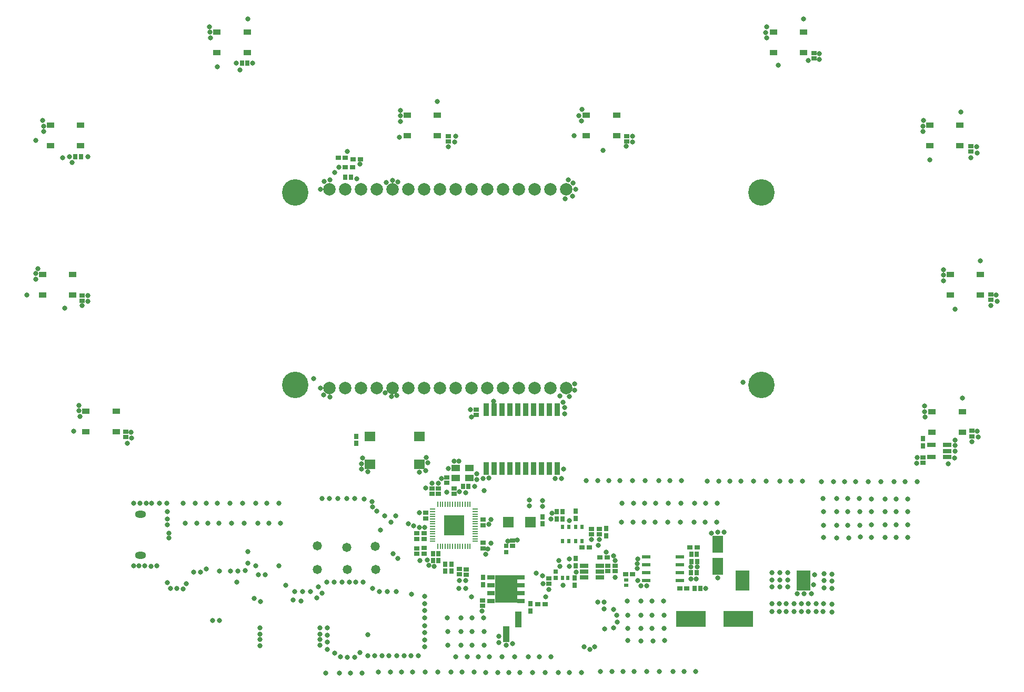
<source format=gts>
G04*
G04 #@! TF.GenerationSoftware,Altium Limited,Altium Designer,25.3.3 (18)*
G04*
G04 Layer_Color=8388736*
%FSLAX44Y44*%
%MOMM*%
G71*
G04*
G04 #@! TF.SameCoordinates,03B7C616-348C-440E-9E9C-07167A9097DF*
G04*
G04*
G04 #@! TF.FilePolarity,Negative*
G04*
G01*
G75*
%ADD22R,0.6096X0.7112*%
%ADD34R,1.4605X0.5588*%
%ADD35R,0.1778X0.8128*%
%ADD36R,0.8128X0.1778*%
%ADD37R,1.4000X1.1000*%
%ADD40R,1.2446X0.9398*%
%ADD41R,2.2032X3.2032*%
%ADD42R,1.7532X1.5032*%
%ADD43R,1.0532X2.5532*%
%ADD44R,1.4032X0.8032*%
%ADD45R,0.8032X0.9532*%
%ADD46R,0.8532X2.1532*%
%ADD47R,0.8032X0.8432*%
%ADD48R,1.7032X1.8032*%
%ADD49R,0.8032X0.7032*%
%ADD50R,0.9532X0.8032*%
%ADD51R,0.8432X0.8032*%
%ADD52R,0.7032X0.6032*%
%ADD53R,0.6032X0.7032*%
%ADD54R,4.7532X2.5032*%
%ADD55R,1.8032X2.7032*%
%ADD56R,3.2004X3.2004*%
%ADD57R,3.6032X4.5032*%
%ADD58R,1.1632X0.6432*%
%ADD59C,2.0032*%
%ADD60C,4.2532*%
%ADD61O,1.8032X1.1032*%
%ADD62C,0.8032*%
%ADD63C,1.4732*%
D22*
X94411Y421688D02*
D03*
X83911D02*
D03*
X73411D02*
D03*
X62911D02*
D03*
Y444294D02*
D03*
X73411D02*
D03*
X83911D02*
D03*
X94411D02*
D03*
D34*
X251952Y396161D02*
D03*
Y383461D02*
D03*
Y370761D02*
D03*
Y358061D02*
D03*
X197470D02*
D03*
Y370761D02*
D03*
Y383461D02*
D03*
Y396161D02*
D03*
D35*
X-109839Y480997D02*
D03*
X-85839Y412925D02*
D03*
X-89839D02*
D03*
X-93839D02*
D03*
X-97839D02*
D03*
X-101839D02*
D03*
X-105839D02*
D03*
X-113839D02*
D03*
X-117839D02*
D03*
X-121839D02*
D03*
X-125839D02*
D03*
X-133839D02*
D03*
X-137839D02*
D03*
Y480997D02*
D03*
X-133839D02*
D03*
X-129839D02*
D03*
X-125839D02*
D03*
X-121839D02*
D03*
X-113839D02*
D03*
X-105839D02*
D03*
X-101839D02*
D03*
X-97839D02*
D03*
X-93839D02*
D03*
X-89839D02*
D03*
X-85839D02*
D03*
X-117839D02*
D03*
X-129839Y412925D02*
D03*
X-109839D02*
D03*
D36*
X-145875Y420961D02*
D03*
Y424961D02*
D03*
Y428961D02*
D03*
Y432961D02*
D03*
Y436961D02*
D03*
Y440961D02*
D03*
Y444961D02*
D03*
Y448961D02*
D03*
Y452961D02*
D03*
Y456961D02*
D03*
Y460961D02*
D03*
Y464961D02*
D03*
Y468961D02*
D03*
Y472961D02*
D03*
X-77803D02*
D03*
Y468961D02*
D03*
Y464961D02*
D03*
Y460961D02*
D03*
Y456961D02*
D03*
Y452961D02*
D03*
Y448961D02*
D03*
Y444961D02*
D03*
Y440961D02*
D03*
Y436961D02*
D03*
Y432961D02*
D03*
Y428961D02*
D03*
Y424961D02*
D03*
Y420961D02*
D03*
D37*
X-108790Y522860D02*
D03*
X-86790Y538860D02*
D03*
X-108790D02*
D03*
X-86790Y522860D02*
D03*
D40*
X706374Y596910D02*
D03*
Y629910D02*
D03*
X657606D02*
D03*
Y596910D02*
D03*
X735505Y817691D02*
D03*
Y850691D02*
D03*
X686737D02*
D03*
Y817691D02*
D03*
X653717Y1057691D02*
D03*
Y1090691D02*
D03*
X702485D02*
D03*
Y1057691D02*
D03*
X451025Y1207691D02*
D03*
Y1240691D02*
D03*
X402257D02*
D03*
Y1207691D02*
D03*
X150035Y1074351D02*
D03*
Y1107351D02*
D03*
X101267D02*
D03*
Y1074351D02*
D03*
X-138255D02*
D03*
Y1107351D02*
D03*
X-187023D02*
D03*
Y1074351D02*
D03*
X-444325Y1207701D02*
D03*
Y1240701D02*
D03*
X-493093D02*
D03*
Y1207701D02*
D03*
X-712295Y1057691D02*
D03*
Y1090691D02*
D03*
X-761063D02*
D03*
Y1057691D02*
D03*
X-724995Y817691D02*
D03*
Y850691D02*
D03*
X-773763D02*
D03*
Y817691D02*
D03*
X-655145Y597691D02*
D03*
Y630691D02*
D03*
X-703913D02*
D03*
Y597691D02*
D03*
D41*
X450919Y358058D02*
D03*
X352419D02*
D03*
D42*
X-167260Y545190D02*
D03*
Y590190D02*
D03*
X-246760Y545190D02*
D03*
Y590190D02*
D03*
D43*
X-27780Y271460D02*
D03*
X-7780Y294960D02*
D03*
D44*
X97790Y381610D02*
D03*
Y372110D02*
D03*
Y362610D02*
D03*
X122790D02*
D03*
Y372110D02*
D03*
Y381610D02*
D03*
X656790Y556920D02*
D03*
Y575920D02*
D03*
X681790D02*
D03*
Y566420D02*
D03*
Y556920D02*
D03*
D45*
X83820Y393100D02*
D03*
Y381600D02*
D03*
X30480Y460410D02*
D03*
Y448910D02*
D03*
X82550Y362020D02*
D03*
Y350520D02*
D03*
X-125730Y372710D02*
D03*
Y384210D02*
D03*
X-115570Y372710D02*
D03*
Y384210D02*
D03*
X11351Y320631D02*
D03*
Y309131D02*
D03*
X-64770Y351120D02*
D03*
Y362620D02*
D03*
X133350Y441360D02*
D03*
Y429860D02*
D03*
X83820Y469300D02*
D03*
Y457800D02*
D03*
X642620Y574640D02*
D03*
Y586140D02*
D03*
X-269240Y589950D02*
D03*
Y578450D02*
D03*
D46*
X-59690Y632720D02*
D03*
X-46990D02*
D03*
X-34290D02*
D03*
X-21590D02*
D03*
X-8890D02*
D03*
X3810D02*
D03*
X16510D02*
D03*
X29210D02*
D03*
X41910D02*
D03*
X54610D02*
D03*
Y538220D02*
D03*
X41910D02*
D03*
X29210D02*
D03*
X16510D02*
D03*
X3810D02*
D03*
X-8890D02*
D03*
X-21590D02*
D03*
X-34290D02*
D03*
X-46990D02*
D03*
X-59690D02*
D03*
D47*
X-277540Y1007110D02*
D03*
X-286340D02*
D03*
X62820Y457200D02*
D03*
X54020D02*
D03*
X270289Y400361D02*
D03*
X279089D02*
D03*
X275590Y345440D02*
D03*
X284390D02*
D03*
X269841Y370761D02*
D03*
X278641D02*
D03*
X279400Y388620D02*
D03*
X270600D02*
D03*
X-145370Y389890D02*
D03*
X-136570D02*
D03*
X-145370Y401320D02*
D03*
X-136570D02*
D03*
X-97110Y509270D02*
D03*
X-88310D02*
D03*
X54020Y468630D02*
D03*
X62820D02*
D03*
X-452789Y1191181D02*
D03*
X-443989D02*
D03*
X-720759Y1040051D02*
D03*
X-711959D02*
D03*
D48*
X-24350Y452120D02*
D03*
X11650D02*
D03*
D49*
X-27940Y403940D02*
D03*
Y413940D02*
D03*
X52070Y362030D02*
D03*
Y372030D02*
D03*
D50*
X-273799Y1036241D02*
D03*
X-262299D02*
D03*
X-297929Y1038781D02*
D03*
X-286429D02*
D03*
X-286499Y1023541D02*
D03*
X-274999D02*
D03*
X134620Y394970D02*
D03*
X123120D02*
D03*
X164430Y368300D02*
D03*
X175930D02*
D03*
X262890Y345440D02*
D03*
X251390D02*
D03*
X267900Y411480D02*
D03*
X279400D02*
D03*
X34960Y320040D02*
D03*
X23460D02*
D03*
X94580Y411480D02*
D03*
X106080D02*
D03*
D51*
X-76200Y633050D02*
D03*
Y624250D02*
D03*
X-160020Y410120D02*
D03*
Y401320D02*
D03*
X-171450Y400730D02*
D03*
Y409530D02*
D03*
X40640Y352470D02*
D03*
Y361270D02*
D03*
X147320Y381590D02*
D03*
Y372790D02*
D03*
X135890Y381590D02*
D03*
Y372790D02*
D03*
X-64770Y409620D02*
D03*
Y418420D02*
D03*
X-17780Y422230D02*
D03*
Y413430D02*
D03*
X642620Y556170D02*
D03*
Y547370D02*
D03*
X-66119Y316831D02*
D03*
Y325631D02*
D03*
X-92268Y375771D02*
D03*
Y366971D02*
D03*
X-102870Y376510D02*
D03*
Y367710D02*
D03*
X-160020Y424860D02*
D03*
Y433660D02*
D03*
X-171450Y424860D02*
D03*
Y433660D02*
D03*
X-157480Y457880D02*
D03*
Y466680D02*
D03*
X-111760Y497250D02*
D03*
Y506050D02*
D03*
X-147320Y497250D02*
D03*
Y506050D02*
D03*
X-137160D02*
D03*
Y497250D02*
D03*
X-123190Y523830D02*
D03*
Y515030D02*
D03*
X109141Y432401D02*
D03*
Y441201D02*
D03*
X121841Y441201D02*
D03*
Y432401D02*
D03*
X-64770Y447130D02*
D03*
Y455930D02*
D03*
X721360Y589960D02*
D03*
Y598760D02*
D03*
X751761Y809591D02*
D03*
Y818391D02*
D03*
X720011Y1048351D02*
D03*
Y1057151D02*
D03*
X467281Y1198211D02*
D03*
Y1207011D02*
D03*
X166291Y1064861D02*
D03*
Y1073661D02*
D03*
X-120729Y1064861D02*
D03*
Y1073661D02*
D03*
X-710009Y808321D02*
D03*
Y817121D02*
D03*
X-640159Y597411D02*
D03*
Y588611D02*
D03*
D52*
X165100Y358330D02*
D03*
Y350330D02*
D03*
D53*
X71310Y361950D02*
D03*
X63310D02*
D03*
D54*
X269340Y295910D02*
D03*
X345340D02*
D03*
D55*
X312420Y416000D02*
D03*
Y381000D02*
D03*
D56*
X-111839Y446961D02*
D03*
D57*
X-28019Y344091D02*
D03*
D58*
X-4219Y325041D02*
D03*
Y337741D02*
D03*
Y350441D02*
D03*
Y363141D02*
D03*
X-51819D02*
D03*
Y350441D02*
D03*
Y337741D02*
D03*
Y325041D02*
D03*
D59*
X-312420Y988060D02*
D03*
X-287020D02*
D03*
X-261620D02*
D03*
X-236220D02*
D03*
X-210820D02*
D03*
X-185420D02*
D03*
X-160020D02*
D03*
X-134620D02*
D03*
X-109220D02*
D03*
X-83820D02*
D03*
X-58420D02*
D03*
X-33020D02*
D03*
X-7620D02*
D03*
X17780D02*
D03*
X43180D02*
D03*
X68580D02*
D03*
X-312420Y668060D02*
D03*
X-287020D02*
D03*
X-261620D02*
D03*
X-236220D02*
D03*
X-210820D02*
D03*
X-185420D02*
D03*
X-160020D02*
D03*
X-134620D02*
D03*
X-109220D02*
D03*
X-83820D02*
D03*
X-58420D02*
D03*
X-33020D02*
D03*
X-7620D02*
D03*
X17780D02*
D03*
X43180D02*
D03*
X68580D02*
D03*
D60*
X-367420Y673060D02*
D03*
X382580D02*
D03*
X-367420Y983060D02*
D03*
X382580D02*
D03*
D61*
X-615950Y464230D02*
D03*
Y398230D02*
D03*
D62*
X560015Y427211D02*
D03*
X581605D02*
D03*
X599385D02*
D03*
X618435D02*
D03*
X560015Y447531D02*
D03*
X581605D02*
D03*
X599385D02*
D03*
X618435D02*
D03*
X618405Y489200D02*
D03*
X599355D02*
D03*
X581575D02*
D03*
X559985D02*
D03*
X618405Y468880D02*
D03*
X599355D02*
D03*
X581575D02*
D03*
X559985D02*
D03*
X451558Y336547D02*
D03*
X468068Y367027D02*
D03*
X440128Y336547D02*
D03*
X466992Y351350D02*
D03*
X462988Y336547D02*
D03*
X482679Y447191D02*
D03*
X504269D02*
D03*
X522049D02*
D03*
X541099D02*
D03*
X482679Y468781D02*
D03*
X504269D02*
D03*
X522049D02*
D03*
X541099D02*
D03*
X540670Y489602D02*
D03*
X521620D02*
D03*
X503840D02*
D03*
X482250D02*
D03*
X542290Y427990D02*
D03*
X523240Y426720D02*
D03*
X504190D02*
D03*
X482521Y427686D02*
D03*
X-572770Y354330D02*
D03*
X93400Y209966D02*
D03*
X74350D02*
D03*
X56570D02*
D03*
X34980D02*
D03*
X14660D02*
D03*
X-5660D02*
D03*
X-23440D02*
D03*
X-41220D02*
D03*
X-60270D02*
D03*
X167561Y261316D02*
D03*
X189230Y260350D02*
D03*
X208280D02*
D03*
X227330Y261620D02*
D03*
X167290Y324502D02*
D03*
X188880D02*
D03*
X206660D02*
D03*
X225710D02*
D03*
X226139Y302411D02*
D03*
X207089D02*
D03*
X189309D02*
D03*
X167719D02*
D03*
X226139Y280821D02*
D03*
X207089D02*
D03*
X189309D02*
D03*
X167719D02*
D03*
X158265Y482669D02*
D03*
X177314D02*
D03*
X195095D02*
D03*
X212875D02*
D03*
X157480Y452120D02*
D03*
X176530D02*
D03*
X194310D02*
D03*
X212090D02*
D03*
X252730D02*
D03*
X274320D02*
D03*
X292100D02*
D03*
X233195Y482669D02*
D03*
X311150Y452120D02*
D03*
X253514Y482669D02*
D03*
X275105D02*
D03*
X292885D02*
D03*
X311935D02*
D03*
X232410Y452120D02*
D03*
X-121841Y254151D02*
D03*
X-100251D02*
D03*
X-82471D02*
D03*
X-63421D02*
D03*
X-121841Y275741D02*
D03*
X-100251D02*
D03*
X-82471D02*
D03*
X-63421D02*
D03*
X-259430Y208932D02*
D03*
X-278480D02*
D03*
X-296260D02*
D03*
X-317850D02*
D03*
X-63850Y297832D02*
D03*
X-82900D02*
D03*
X-100680D02*
D03*
X-122270D02*
D03*
X44615Y235509D02*
D03*
X25565D02*
D03*
X7785D02*
D03*
X-13805D02*
D03*
X-34125D02*
D03*
X-54445D02*
D03*
X-72225D02*
D03*
X-90005D02*
D03*
X-109055D02*
D03*
X-17780Y256540D02*
D03*
X-27940Y254000D02*
D03*
X-39370Y257810D02*
D03*
Y267970D02*
D03*
X-156210Y556260D02*
D03*
X-250190Y533400D02*
D03*
X-260350Y537210D02*
D03*
Y546100D02*
D03*
X-259080Y554990D02*
D03*
X-157480Y534670D02*
D03*
X-167640Y532130D02*
D03*
X-153670Y547370D02*
D03*
X277181Y211484D02*
D03*
X258131D02*
D03*
X240351D02*
D03*
X218761D02*
D03*
X198441D02*
D03*
X178121D02*
D03*
X160341D02*
D03*
X142561D02*
D03*
X123511D02*
D03*
X633547Y517027D02*
D03*
X614497D02*
D03*
X596717D02*
D03*
X575127D02*
D03*
X554807D02*
D03*
X534487D02*
D03*
X516707D02*
D03*
X498927D02*
D03*
X479877D02*
D03*
X449397Y518297D02*
D03*
X430347D02*
D03*
X412567D02*
D03*
X390977D02*
D03*
X370657D02*
D03*
X350337D02*
D03*
X332557D02*
D03*
X314777D02*
D03*
X295727D02*
D03*
X-393768Y481980D02*
D03*
X-412818D02*
D03*
X-430598D02*
D03*
X-452188D02*
D03*
X-472508D02*
D03*
X-492828D02*
D03*
X-510608D02*
D03*
X-528388D02*
D03*
X-547438D02*
D03*
X-544509Y450244D02*
D03*
X-525459D02*
D03*
X-507679D02*
D03*
X-489899D02*
D03*
X-469579D02*
D03*
X-449259D02*
D03*
X-427669D02*
D03*
X-409889D02*
D03*
X-390839D02*
D03*
X100651Y518824D02*
D03*
X119701D02*
D03*
X137481D02*
D03*
X155261D02*
D03*
X175581D02*
D03*
X195901D02*
D03*
X217491D02*
D03*
X235271D02*
D03*
X254321D02*
D03*
X-233359Y210214D02*
D03*
X-214309D02*
D03*
X-196529D02*
D03*
X-178749D02*
D03*
X-158429D02*
D03*
X-138109D02*
D03*
X-116519D02*
D03*
X-98739D02*
D03*
X-79689D02*
D03*
X133350Y403860D02*
D03*
X58420Y381000D02*
D03*
X57150Y389890D02*
D03*
X20320Y369570D02*
D03*
X40919Y343225D02*
D03*
X31750Y353060D02*
D03*
X279400Y379730D02*
D03*
X278130Y360680D02*
D03*
X-630853Y587731D02*
D03*
X-715010Y640080D02*
D03*
X-713403Y622021D02*
D03*
X-701040Y807720D02*
D03*
X-784860Y843280D02*
D03*
Y852170D02*
D03*
X-781050Y859790D02*
D03*
X-726440Y1031240D02*
D03*
X-772160Y1080770D02*
D03*
X-773430Y1098550D02*
D03*
X-455930Y1179830D02*
D03*
X-503853Y1231621D02*
D03*
X-505460Y1249680D02*
D03*
X-120650Y1056640D02*
D03*
X-198120Y1097280D02*
D03*
Y1106170D02*
D03*
Y1115060D02*
D03*
X175597Y1063981D02*
D03*
X93980Y1116330D02*
D03*
X93047Y1098271D02*
D03*
X458470Y1195070D02*
D03*
X391160Y1249680D02*
D03*
Y1231900D02*
D03*
X730250Y1046480D02*
D03*
X642620Y1080770D02*
D03*
X643890Y1098550D02*
D03*
X731520Y589280D02*
D03*
X646430Y621030D02*
D03*
X645160Y638810D02*
D03*
X762000Y807720D02*
D03*
X675640Y858520D02*
D03*
Y840740D02*
D03*
X-102994Y500695D02*
D03*
X-92494Y498894D02*
D03*
X-358140Y325120D02*
D03*
X-510335Y376559D02*
D03*
X-229870Y439420D02*
D03*
X-236220Y469900D02*
D03*
X-242570Y476250D02*
D03*
X-323850Y490220D02*
D03*
X-312420D02*
D03*
X-298450D02*
D03*
X-284480D02*
D03*
X-271780D02*
D03*
X-151867Y382124D02*
D03*
X-143510Y381000D02*
D03*
X-166370Y389890D02*
D03*
X-154940Y391160D02*
D03*
X66040Y626110D02*
D03*
Y636270D02*
D03*
X63500Y645160D02*
D03*
X64770Y537210D02*
D03*
X-74930Y520700D02*
D03*
X-75475Y529590D02*
D03*
X-104140Y549910D02*
D03*
X-111760D02*
D03*
X-157480Y506730D02*
D03*
X-60960Y400050D02*
D03*
X-92710Y345440D02*
D03*
X-104140D02*
D03*
X-106680Y435610D02*
D03*
X-119380D02*
D03*
X-106680Y445770D02*
D03*
X-119380D02*
D03*
X-106680Y455930D02*
D03*
X-119380D02*
D03*
X182880Y377190D02*
D03*
Y384810D02*
D03*
X-330200Y347980D02*
D03*
X-342900Y340360D02*
D03*
X-355600D02*
D03*
X-368300D02*
D03*
X-180164Y335468D02*
D03*
X-159277Y297933D02*
D03*
Y309363D02*
D03*
Y320793D02*
D03*
Y332223D02*
D03*
Y250943D02*
D03*
Y262373D02*
D03*
Y273803D02*
D03*
Y285233D02*
D03*
X-203717Y236747D02*
D03*
X-192287D02*
D03*
X-180857D02*
D03*
X-169427D02*
D03*
X-250707D02*
D03*
X-239277D02*
D03*
X-227847D02*
D03*
X-216417D02*
D03*
X-315353Y247228D02*
D03*
Y258658D02*
D03*
Y270088D02*
D03*
Y281518D02*
D03*
X-204863Y339938D02*
D03*
X-218833D02*
D03*
X-231533D02*
D03*
X-242963Y345018D02*
D03*
X-258203Y355178D02*
D03*
X-269633D02*
D03*
X-279793D02*
D03*
X-292100Y355600D02*
D03*
X-304800D02*
D03*
X-316230D02*
D03*
X-443496Y404562D02*
D03*
X-447306Y374082D02*
D03*
X-443496Y385512D02*
D03*
X-488950Y373380D02*
D03*
X-459740D02*
D03*
X-471170D02*
D03*
X-567690Y345440D02*
D03*
X-557530D02*
D03*
X-547370Y344170D02*
D03*
X-542290Y353060D02*
D03*
X-572565Y447679D02*
D03*
X-572770Y457200D02*
D03*
Y468630D02*
D03*
X496570Y356870D02*
D03*
Y368300D02*
D03*
Y345440D02*
D03*
X483870Y357505D02*
D03*
Y368935D02*
D03*
Y346075D02*
D03*
X425450Y358775D02*
D03*
Y370205D02*
D03*
Y347345D02*
D03*
X412750Y358775D02*
D03*
Y370205D02*
D03*
Y347345D02*
D03*
X400050Y358775D02*
D03*
Y370205D02*
D03*
Y347345D02*
D03*
X482455Y307717D02*
D03*
X496348Y307012D02*
D03*
X471025Y307717D02*
D03*
X447116Y308045D02*
D03*
X458546D02*
D03*
X435686D02*
D03*
X411556D02*
D03*
X422986D02*
D03*
X400126D02*
D03*
X482676Y320745D02*
D03*
X496570Y320040D02*
D03*
X471246Y320745D02*
D03*
X447116D02*
D03*
X458546D02*
D03*
X435686D02*
D03*
X411556D02*
D03*
X422986D02*
D03*
X400126D02*
D03*
X-203713Y655897D02*
D03*
X-212090Y654050D02*
D03*
X-222763Y659707D02*
D03*
X-311663Y653357D02*
D03*
X-321310Y656590D02*
D03*
X-326390Y668020D02*
D03*
X-311663Y1002607D02*
D03*
X-320553Y1000067D02*
D03*
X-326903Y987367D02*
D03*
X-220980Y998855D02*
D03*
X-201930Y999490D02*
D03*
X-210820Y1002030D02*
D03*
X-17861Y334345D02*
D03*
X-19131Y343235D02*
D03*
X-28021Y334345D02*
D03*
X-29291Y343235D02*
D03*
X-38181Y334345D02*
D03*
Y344505D02*
D03*
X-20320Y354330D02*
D03*
X-29291Y354665D02*
D03*
X-38181D02*
D03*
X-83820Y621030D02*
D03*
X-48260Y646430D02*
D03*
X-25400Y421640D02*
D03*
X-10160Y422910D02*
D03*
X269240Y379730D02*
D03*
X80010Y998220D02*
D03*
X67310Y972820D02*
D03*
X78740Y976630D02*
D03*
X83820Y988060D02*
D03*
X72390Y1003300D02*
D03*
X58420Y655320D02*
D03*
X82550Y664210D02*
D03*
Y674370D02*
D03*
X73660Y654050D02*
D03*
X97790Y251460D02*
D03*
X114300D02*
D03*
X106586Y247251D02*
D03*
X144780Y311150D02*
D03*
Y281940D02*
D03*
X151130Y290830D02*
D03*
X149860Y302260D02*
D03*
X129540Y312420D02*
D03*
X130716Y280271D02*
D03*
X129446Y323451D02*
D03*
X119286D02*
D03*
X312499Y361749D02*
D03*
X633730Y556260D02*
D03*
X730250Y598170D02*
D03*
X760730Y817880D02*
D03*
X728980Y1056640D02*
D03*
X476250Y1206500D02*
D03*
X175260Y1073150D02*
D03*
X-631190Y596900D02*
D03*
X-701040Y817121D02*
D03*
Y1040130D02*
D03*
X-435610Y1191260D02*
D03*
X-110490Y1064260D02*
D03*
X-109220Y1073150D02*
D03*
X-283210Y1049020D02*
D03*
X-199390Y1071880D02*
D03*
X-297180Y1023620D02*
D03*
X120598Y414210D02*
D03*
X-52070Y455930D02*
D03*
X73660Y381000D02*
D03*
Y392430D02*
D03*
X189230Y349250D02*
D03*
X121920Y424180D02*
D03*
X109220D02*
D03*
X269240Y360680D02*
D03*
X30480Y365760D02*
D03*
X-85642Y632688D02*
D03*
X-570230Y426720D02*
D03*
X-327660Y254000D02*
D03*
Y271780D02*
D03*
Y262890D02*
D03*
Y281940D02*
D03*
X-424180Y252730D02*
D03*
X-627175Y481969D02*
D03*
X44450Y457200D02*
D03*
X45720Y466090D02*
D03*
X73660Y454660D02*
D03*
X-637540Y579120D02*
D03*
X-715010Y631190D02*
D03*
X-709736Y800933D02*
D03*
X-730250Y1040130D02*
D03*
X-772160Y1089660D02*
D03*
X-462359Y1191181D02*
D03*
X-504190Y1240790D02*
D03*
X-267970Y1004570D02*
D03*
X-262696Y1028263D02*
D03*
X88900Y1106170D02*
D03*
X165294Y1057473D02*
D03*
X390084Y1240353D02*
D03*
X476444Y1197173D02*
D03*
X642620Y1089660D02*
D03*
X720090Y1038860D02*
D03*
X675640Y849630D02*
D03*
X752034Y800933D02*
D03*
X645160Y629920D02*
D03*
X721633Y581302D02*
D03*
X694690Y584200D02*
D03*
Y575310D02*
D03*
X693420Y554990D02*
D03*
X683260Y546100D02*
D03*
X632654Y546933D02*
D03*
X302339Y434139D02*
D03*
X322659Y435409D02*
D03*
X312499D02*
D03*
X293564Y345003D02*
D03*
X184150Y392430D02*
D03*
X184229Y358061D02*
D03*
X198120Y349250D02*
D03*
X147320Y363220D02*
D03*
Y389890D02*
D03*
X144780Y397510D02*
D03*
X-66588Y308501D02*
D03*
X-92710Y358140D02*
D03*
X-102870D02*
D03*
X-57150Y408940D02*
D03*
X-55880Y448310D02*
D03*
X-52070Y417830D02*
D03*
X60960Y521970D02*
D03*
X50800D02*
D03*
X-64770D02*
D03*
X-55880Y523240D02*
D03*
X-78740Y509270D02*
D03*
X-120650Y538480D02*
D03*
X-132080Y521970D02*
D03*
X-137160Y514350D02*
D03*
X-147320D02*
D03*
X-167640Y467360D02*
D03*
X-158750Y443230D02*
D03*
X-167640D02*
D03*
X-256540Y488950D02*
D03*
X-243840Y485140D02*
D03*
X-424180Y271780D02*
D03*
Y262890D02*
D03*
Y281940D02*
D03*
X-303530Y241300D02*
D03*
X-262685Y241939D02*
D03*
X-271575Y234319D02*
D03*
X-283005D02*
D03*
X-294640Y234950D02*
D03*
X-323645Y337189D02*
D03*
X-332535Y329569D02*
D03*
X-370840Y326390D02*
D03*
X-382270Y349930D02*
D03*
X-426720Y367030D02*
D03*
X-415290D02*
D03*
X-422910Y323850D02*
D03*
X-433070Y328930D02*
D03*
X-461010Y355600D02*
D03*
X-500380Y293370D02*
D03*
X-488950D02*
D03*
X-519225Y371479D02*
D03*
X-530655D02*
D03*
X-589954Y381639D02*
D03*
X-599440Y381000D02*
D03*
X-609395Y381639D02*
D03*
X-618285D02*
D03*
X-627175D02*
D03*
X-573835Y481969D02*
D03*
X-585265D02*
D03*
X-597965D02*
D03*
X-606855D02*
D03*
X-617015D02*
D03*
X-303530Y1014730D02*
D03*
X353060Y676910D02*
D03*
X-337820Y683260D02*
D03*
X-83820Y331470D02*
D03*
X35560D02*
D03*
X30480Y477520D02*
D03*
X9420Y478367D02*
D03*
X30480Y486410D02*
D03*
X9420Y487257D02*
D03*
X-63500Y502920D02*
D03*
X694690Y566420D02*
D03*
X-123190Y500380D02*
D03*
X-205740Y462280D02*
D03*
X-223520D02*
D03*
X-213360Y452120D02*
D03*
X-201930Y393700D02*
D03*
X-209550Y401320D02*
D03*
X-430668Y381862D02*
D03*
X-393838D02*
D03*
X-185420Y449580D02*
D03*
X-176530Y445770D02*
D03*
X-250190Y270510D02*
D03*
X84657Y371772D02*
D03*
X63500Y350520D02*
D03*
X-570230Y434340D02*
D03*
X-741759Y1038781D02*
D03*
X706041Y651431D02*
D03*
X-723979Y598091D02*
D03*
X128191Y1050211D02*
D03*
X-737949Y796211D02*
D03*
X-798909Y817801D02*
D03*
X-784939Y1066721D02*
D03*
X-443309Y1262301D02*
D03*
X-492839Y1184831D02*
D03*
X-138509Y1128951D02*
D03*
X81201Y1074341D02*
D03*
X450771Y1262301D02*
D03*
X410131Y1187371D02*
D03*
X703501Y1112441D02*
D03*
X653971Y1034971D02*
D03*
X735251Y872411D02*
D03*
X694611Y794941D02*
D03*
D63*
X-284480Y411480D02*
D03*
X-283210Y375920D02*
D03*
X-237490D02*
D03*
X-238760Y412750D02*
D03*
X-331470Y375920D02*
D03*
Y414020D02*
D03*
M02*

</source>
